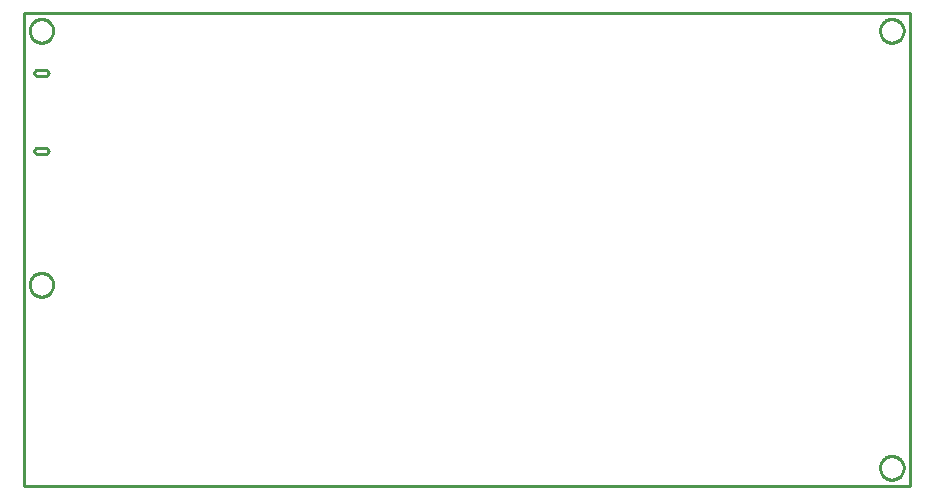
<source format=gbr>
G04 EAGLE Gerber RS-274X export*
G75*
%MOMM*%
%FSLAX34Y34*%
%LPD*%
%IN*%
%IPPOS*%
%AMOC8*
5,1,8,0,0,1.08239X$1,22.5*%
G01*
%ADD10C,0.254000*%


D10*
X0Y0D02*
X750000Y0D01*
X750000Y400000D01*
X0Y400000D01*
X0Y0D01*
X9000Y283500D02*
X9010Y283282D01*
X9038Y283066D01*
X9085Y282853D01*
X9151Y282645D01*
X9234Y282443D01*
X9335Y282250D01*
X9452Y282066D01*
X9585Y281893D01*
X9732Y281732D01*
X9893Y281585D01*
X10066Y281452D01*
X10250Y281335D01*
X10443Y281234D01*
X10645Y281151D01*
X10853Y281085D01*
X11066Y281038D01*
X11282Y281010D01*
X11500Y281000D01*
X18500Y281000D01*
X18718Y281010D01*
X18934Y281038D01*
X19147Y281085D01*
X19355Y281151D01*
X19557Y281234D01*
X19750Y281335D01*
X19934Y281452D01*
X20107Y281585D01*
X20268Y281732D01*
X20415Y281893D01*
X20548Y282066D01*
X20665Y282250D01*
X20766Y282443D01*
X20849Y282645D01*
X20915Y282853D01*
X20962Y283066D01*
X20991Y283282D01*
X21000Y283500D01*
X20991Y283718D01*
X20962Y283934D01*
X20915Y284147D01*
X20849Y284355D01*
X20766Y284557D01*
X20665Y284750D01*
X20548Y284934D01*
X20415Y285107D01*
X20268Y285268D01*
X20107Y285415D01*
X19934Y285548D01*
X19750Y285665D01*
X19557Y285766D01*
X19355Y285849D01*
X19147Y285915D01*
X18934Y285962D01*
X18718Y285991D01*
X18500Y286000D01*
X11500Y286000D01*
X11282Y285991D01*
X11066Y285962D01*
X10853Y285915D01*
X10645Y285849D01*
X10443Y285766D01*
X10250Y285665D01*
X10066Y285548D01*
X9893Y285415D01*
X9732Y285268D01*
X9585Y285107D01*
X9452Y284934D01*
X9335Y284750D01*
X9234Y284557D01*
X9151Y284355D01*
X9085Y284147D01*
X9038Y283934D01*
X9010Y283718D01*
X9000Y283500D01*
X9000Y349500D02*
X9010Y349282D01*
X9038Y349066D01*
X9085Y348853D01*
X9151Y348645D01*
X9234Y348443D01*
X9335Y348250D01*
X9452Y348066D01*
X9585Y347893D01*
X9732Y347732D01*
X9893Y347585D01*
X10066Y347452D01*
X10250Y347335D01*
X10443Y347234D01*
X10645Y347151D01*
X10853Y347085D01*
X11066Y347038D01*
X11282Y347010D01*
X11500Y347000D01*
X18500Y347000D01*
X18718Y347010D01*
X18934Y347038D01*
X19147Y347085D01*
X19355Y347151D01*
X19557Y347234D01*
X19750Y347335D01*
X19934Y347452D01*
X20107Y347585D01*
X20268Y347732D01*
X20415Y347893D01*
X20548Y348066D01*
X20665Y348250D01*
X20766Y348443D01*
X20849Y348645D01*
X20915Y348853D01*
X20962Y349066D01*
X20991Y349282D01*
X21000Y349500D01*
X20991Y349718D01*
X20962Y349934D01*
X20915Y350147D01*
X20849Y350355D01*
X20766Y350557D01*
X20665Y350750D01*
X20548Y350934D01*
X20415Y351107D01*
X20268Y351268D01*
X20107Y351415D01*
X19934Y351548D01*
X19750Y351665D01*
X19557Y351766D01*
X19355Y351849D01*
X19147Y351915D01*
X18934Y351962D01*
X18718Y351991D01*
X18500Y352000D01*
X11500Y352000D01*
X11282Y351991D01*
X11066Y351962D01*
X10853Y351915D01*
X10645Y351849D01*
X10443Y351766D01*
X10250Y351665D01*
X10066Y351548D01*
X9893Y351415D01*
X9732Y351268D01*
X9585Y351107D01*
X9452Y350934D01*
X9335Y350750D01*
X9234Y350557D01*
X9151Y350355D01*
X9085Y350147D01*
X9038Y349934D01*
X9010Y349718D01*
X9000Y349500D01*
X745000Y384563D02*
X744924Y383694D01*
X744772Y382834D01*
X744546Y381990D01*
X744248Y381170D01*
X743879Y380378D01*
X743442Y379622D01*
X742941Y378907D01*
X742380Y378238D01*
X741762Y377620D01*
X741093Y377059D01*
X740378Y376558D01*
X739622Y376121D01*
X738830Y375752D01*
X738010Y375454D01*
X737166Y375228D01*
X736307Y375076D01*
X735437Y375000D01*
X734563Y375000D01*
X733694Y375076D01*
X732834Y375228D01*
X731990Y375454D01*
X731170Y375752D01*
X730378Y376121D01*
X729622Y376558D01*
X728907Y377059D01*
X728238Y377620D01*
X727620Y378238D01*
X727059Y378907D01*
X726558Y379622D01*
X726121Y380378D01*
X725752Y381170D01*
X725454Y381990D01*
X725228Y382834D01*
X725076Y383694D01*
X725000Y384563D01*
X725000Y385437D01*
X725076Y386307D01*
X725228Y387166D01*
X725454Y388010D01*
X725752Y388830D01*
X726121Y389622D01*
X726558Y390378D01*
X727059Y391093D01*
X727620Y391762D01*
X728238Y392380D01*
X728907Y392941D01*
X729622Y393442D01*
X730378Y393879D01*
X731170Y394248D01*
X731990Y394546D01*
X732834Y394772D01*
X733694Y394924D01*
X734563Y395000D01*
X735437Y395000D01*
X736307Y394924D01*
X737166Y394772D01*
X738010Y394546D01*
X738830Y394248D01*
X739622Y393879D01*
X740378Y393442D01*
X741093Y392941D01*
X741762Y392380D01*
X742380Y391762D01*
X742941Y391093D01*
X743442Y390378D01*
X743879Y389622D01*
X744248Y388830D01*
X744546Y388010D01*
X744772Y387166D01*
X744924Y386307D01*
X745000Y385437D01*
X745000Y384563D01*
X745000Y14563D02*
X744924Y13694D01*
X744772Y12834D01*
X744546Y11990D01*
X744248Y11170D01*
X743879Y10378D01*
X743442Y9622D01*
X742941Y8907D01*
X742380Y8238D01*
X741762Y7620D01*
X741093Y7059D01*
X740378Y6558D01*
X739622Y6121D01*
X738830Y5752D01*
X738010Y5454D01*
X737166Y5228D01*
X736307Y5076D01*
X735437Y5000D01*
X734563Y5000D01*
X733694Y5076D01*
X732834Y5228D01*
X731990Y5454D01*
X731170Y5752D01*
X730378Y6121D01*
X729622Y6558D01*
X728907Y7059D01*
X728238Y7620D01*
X727620Y8238D01*
X727059Y8907D01*
X726558Y9622D01*
X726121Y10378D01*
X725752Y11170D01*
X725454Y11990D01*
X725228Y12834D01*
X725076Y13694D01*
X725000Y14563D01*
X725000Y15437D01*
X725076Y16307D01*
X725228Y17166D01*
X725454Y18010D01*
X725752Y18830D01*
X726121Y19622D01*
X726558Y20378D01*
X727059Y21093D01*
X727620Y21762D01*
X728238Y22380D01*
X728907Y22941D01*
X729622Y23442D01*
X730378Y23879D01*
X731170Y24248D01*
X731990Y24546D01*
X732834Y24772D01*
X733694Y24924D01*
X734563Y25000D01*
X735437Y25000D01*
X736307Y24924D01*
X737166Y24772D01*
X738010Y24546D01*
X738830Y24248D01*
X739622Y23879D01*
X740378Y23442D01*
X741093Y22941D01*
X741762Y22380D01*
X742380Y21762D01*
X742941Y21093D01*
X743442Y20378D01*
X743879Y19622D01*
X744248Y18830D01*
X744546Y18010D01*
X744772Y17166D01*
X744924Y16307D01*
X745000Y15437D01*
X745000Y14563D01*
X25000Y384563D02*
X24924Y383694D01*
X24772Y382834D01*
X24546Y381990D01*
X24248Y381170D01*
X23879Y380378D01*
X23442Y379622D01*
X22941Y378907D01*
X22380Y378238D01*
X21762Y377620D01*
X21093Y377059D01*
X20378Y376558D01*
X19622Y376121D01*
X18830Y375752D01*
X18010Y375454D01*
X17166Y375228D01*
X16307Y375076D01*
X15437Y375000D01*
X14563Y375000D01*
X13694Y375076D01*
X12834Y375228D01*
X11990Y375454D01*
X11170Y375752D01*
X10378Y376121D01*
X9622Y376558D01*
X8907Y377059D01*
X8238Y377620D01*
X7620Y378238D01*
X7059Y378907D01*
X6558Y379622D01*
X6121Y380378D01*
X5752Y381170D01*
X5454Y381990D01*
X5228Y382834D01*
X5076Y383694D01*
X5000Y384563D01*
X5000Y385437D01*
X5076Y386307D01*
X5228Y387166D01*
X5454Y388010D01*
X5752Y388830D01*
X6121Y389622D01*
X6558Y390378D01*
X7059Y391093D01*
X7620Y391762D01*
X8238Y392380D01*
X8907Y392941D01*
X9622Y393442D01*
X10378Y393879D01*
X11170Y394248D01*
X11990Y394546D01*
X12834Y394772D01*
X13694Y394924D01*
X14563Y395000D01*
X15437Y395000D01*
X16307Y394924D01*
X17166Y394772D01*
X18010Y394546D01*
X18830Y394248D01*
X19622Y393879D01*
X20378Y393442D01*
X21093Y392941D01*
X21762Y392380D01*
X22380Y391762D01*
X22941Y391093D01*
X23442Y390378D01*
X23879Y389622D01*
X24248Y388830D01*
X24546Y388010D01*
X24772Y387166D01*
X24924Y386307D01*
X25000Y385437D01*
X25000Y384563D01*
X25000Y169563D02*
X24924Y168694D01*
X24772Y167834D01*
X24546Y166990D01*
X24248Y166170D01*
X23879Y165378D01*
X23442Y164622D01*
X22941Y163907D01*
X22380Y163238D01*
X21762Y162620D01*
X21093Y162059D01*
X20378Y161558D01*
X19622Y161121D01*
X18830Y160752D01*
X18010Y160454D01*
X17166Y160228D01*
X16307Y160076D01*
X15437Y160000D01*
X14563Y160000D01*
X13694Y160076D01*
X12834Y160228D01*
X11990Y160454D01*
X11170Y160752D01*
X10378Y161121D01*
X9622Y161558D01*
X8907Y162059D01*
X8238Y162620D01*
X7620Y163238D01*
X7059Y163907D01*
X6558Y164622D01*
X6121Y165378D01*
X5752Y166170D01*
X5454Y166990D01*
X5228Y167834D01*
X5076Y168694D01*
X5000Y169563D01*
X5000Y170437D01*
X5076Y171307D01*
X5228Y172166D01*
X5454Y173010D01*
X5752Y173830D01*
X6121Y174622D01*
X6558Y175378D01*
X7059Y176093D01*
X7620Y176762D01*
X8238Y177380D01*
X8907Y177941D01*
X9622Y178442D01*
X10378Y178879D01*
X11170Y179248D01*
X11990Y179546D01*
X12834Y179772D01*
X13694Y179924D01*
X14563Y180000D01*
X15437Y180000D01*
X16307Y179924D01*
X17166Y179772D01*
X18010Y179546D01*
X18830Y179248D01*
X19622Y178879D01*
X20378Y178442D01*
X21093Y177941D01*
X21762Y177380D01*
X22380Y176762D01*
X22941Y176093D01*
X23442Y175378D01*
X23879Y174622D01*
X24248Y173830D01*
X24546Y173010D01*
X24772Y172166D01*
X24924Y171307D01*
X25000Y170437D01*
X25000Y169563D01*
M02*

</source>
